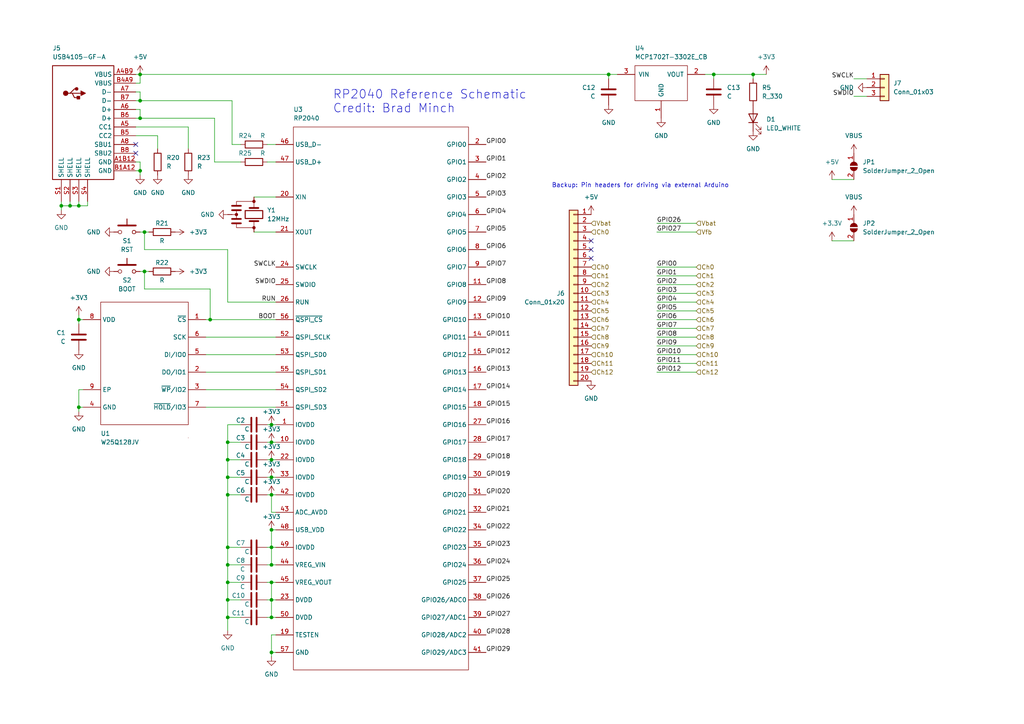
<source format=kicad_sch>
(kicad_sch (version 20211123) (generator eeschema)
  (paper "A4")
  (lib_symbols
    (symbol "Connector_Generic:Conn_01x03" (pin_names (offset 1.016) hide)
      (property "Reference" "J" (at 0 5.08 0))
      (property "Value" "Conn_01x03" (at 0 -5.08 0))
      (symbol "Conn_01x03_1_1"
        (rectangle (start -1.27 -2.413) (end 0 -2.667) (stroke (width 0.1524)))
        (rectangle (start -1.27 0.127) (end 0 -0.127) (stroke (width 0.1524)))
        (rectangle (start -1.27 2.667) (end 0 2.413) (stroke (width 0.1524)))
        (rectangle (start -1.27 3.81) (end 1.27 -3.81) (stroke (width 0.254)) (fill (type background)))
        (pin passive line (at -5.08 2.54 0) (length 3.81) (name "Pin_1") (number "1"))
        (pin passive line (at -5.08 0 0) (length 3.81) (name "Pin_2") (number "2"))
        (pin passive line (at -5.08 -2.54 0) (length 3.81) (name "Pin_3") (number "3"))
      )
    )
    (symbol "Connector_Generic:Conn_01x20" (pin_names (offset 1.016) hide)
      (property "Reference" "J" (at 0 25.4 0))
      (property "Value" "Conn_01x20" (at 0 -27.94 0))
      (symbol "Conn_01x20_1_1"
        (rectangle (start -1.27 -25.273) (end 0 -25.527) (stroke (width 0.1524)))
        (rectangle (start -1.27 -22.733) (end 0 -22.987) (stroke (width 0.1524)))
        (rectangle (start -1.27 -20.193) (end 0 -20.447) (stroke (width 0.1524)))
        (rectangle (start -1.27 -17.653) (end 0 -17.907) (stroke (width 0.1524)))
        (rectangle (start -1.27 -15.113) (end 0 -15.367) (stroke (width 0.1524)))
        (rectangle (start -1.27 -12.573) (end 0 -12.827) (stroke (width 0.1524)))
        (rectangle (start -1.27 -10.033) (end 0 -10.287) (stroke (width 0.1524)))
        (rectangle (start -1.27 -7.493) (end 0 -7.747) (stroke (width 0.1524)))
        (rectangle (start -1.27 -4.953) (end 0 -5.207) (stroke (width 0.1524)))
        (rectangle (start -1.27 -2.413) (end 0 -2.667) (stroke (width 0.1524)))
        (rectangle (start -1.27 0.127) (end 0 -0.127) (stroke (width 0.1524)))
        (rectangle (start -1.27 2.667) (end 0 2.413) (stroke (width 0.1524)))
        (rectangle (start -1.27 5.207) (end 0 4.953) (stroke (width 0.1524)))
        (rectangle (start -1.27 7.747) (end 0 7.493) (stroke (width 0.1524)))
        (rectangle (start -1.27 10.287) (end 0 10.033) (stroke (width 0.1524)))
        (rectangle (start -1.27 12.827) (end 0 12.573) (stroke (width 0.1524)))
        (rectangle (start -1.27 15.367) (end 0 15.113) (stroke (width 0.1524)))
        (rectangle (start -1.27 17.907) (end 0 17.653) (stroke (width 0.1524)))
        (rectangle (start -1.27 20.447) (end 0 20.193) (stroke (width 0.1524)))
        (rectangle (start -1.27 22.987) (end 0 22.733) (stroke (width 0.1524)))
        (rectangle (start -1.27 24.13) (end 1.27 -26.67) (stroke (width 0.254)) (fill (type background)))
        (pin passive line (at -5.08 22.86 0) (length 3.81) (name "Pin_1") (number "1"))
        (pin passive line (at -5.08 0 0) (length 3.81) (name "Pin_10") (number "10"))
        (pin passive line (at -5.08 -2.54 0) (length 3.81) (name "Pin_11") (number "11"))
        (pin passive line (at -5.08 -5.08 0) (length 3.81) (name "Pin_12") (number "12"))
        (pin passive line (at -5.08 -7.62 0) (length 3.81) (name "Pin_13") (number "13"))
        (pin passive line (at -5.08 -10.16 0) (length 3.81) (name "Pin_14") (number "14"))
        (pin passive line (at -5.08 -12.7 0) (length 3.81) (name "Pin_15") (number "15"))
        (pin passive line (at -5.08 -15.24 0) (length 3.81) (name "Pin_16") (number "16"))
        (pin passive line (at -5.08 -17.78 0) (length 3.81) (name "Pin_17") (number "17"))
        (pin passive line (at -5.08 -20.32 0) (length 3.81) (name "Pin_18") (number "18"))
        (pin passive line (at -5.08 -22.86 0) (length 3.81) (name "Pin_19") (number "19"))
        (pin passive line (at -5.08 20.32 0) (length 3.81) (name "Pin_2") (number "2"))
        (pin passive line (at -5.08 -25.4 0) (length 3.81) (name "Pin_20") (number "20"))
        (pin passive line (at -5.08 17.78 0) (length 3.81) (name "Pin_3") (number "3"))
        (pin passive line (at -5.08 15.24 0) (length 3.81) (name "Pin_4") (number "4"))
        (pin passive line (at -5.08 12.7 0) (length 3.81) (name "Pin_5") (number "5"))
        (pin passive line (at -5.08 10.16 0) (length 3.81) (name "Pin_6") (number "6"))
        (pin passive line (at -5.08 7.62 0) (length 3.81) (name "Pin_7") (number "7"))
        (pin passive line (at -5.08 5.08 0) (length 3.81) (name "Pin_8") (number "8"))
        (pin passive line (at -5.08 2.54 0) (length 3.81) (name "Pin_9") (number "9"))
      )
    )
    (symbol "Device:C" (pin_numbers hide) (pin_names (offset 0.254))
      (property "Reference" "C" (at 0.635 2.54 0))
      (property "Value" "C" (at 0.635 -2.54 0))
      (symbol "C_0_1"
        (polyline (pts (xy -2.032 -0.762) (xy 2.032 -0.762)) (stroke (width 0.508)))
        (polyline (pts (xy -2.032 0.762) (xy 2.032 0.762)) (stroke (width 0.508)))
      )
      (symbol "C_1_1"
        (pin passive line (at 0 3.81 270) (length 2.794) (name "~") (number "1"))
        (pin passive line (at 0 -3.81 90) (length 2.794) (name "~") (number "2"))
      )
    )
    (symbol "Device:R" (pin_numbers hide) (pin_names (offset 0))
      (property "Reference" "R" (at 2.032 0 90))
      (property "Value" "R" (at 0 0 90))
      (symbol "R_0_1"
        (rectangle (start -1.016 -2.54) (end 1.016 2.54) (stroke (width 0.254)))
      )
      (symbol "R_1_1"
        (pin passive line (at 0 3.81 270) (length 1.27) (name "~") (number "1"))
        (pin passive line (at 0 -3.81 90) (length 1.27) (name "~") (number "2"))
      )
    )
    (symbol "Eclectronics:Crystal" (pin_numbers hide) (pin_names (offset 1.016) hide)
      (property "Reference" "Y" (at 0 7.62 0))
      (property "Value" "Crystal" (at 0 5.08 0))
      (symbol "Crystal_0_1"
        (circle (center -3.81 0) (radius 0.2794) (stroke (width 0.381)))
        (circle (center -3.81 0.127) (radius 0.0001))
        (rectangle (start -1.143 2.54) (end 1.143 -2.54) (stroke (width 0.3048)))
        (circle (center 0 -5.08) (radius 0.2794) (stroke (width 0.381)))
        (polyline (pts (xy -3.81 0) (xy -1.905 0)))
        (polyline (pts (xy -2.54 -3.81) (xy -2.54 -6.35)) (stroke (width 0.508)))
        (polyline (pts (xy -1.905 -1.27) (xy -1.905 1.27)) (stroke (width 0.508)))
        (polyline (pts (xy -1.27 -5.08) (xy 1.27 -5.08)))
        (polyline (pts (xy -1.27 -3.81) (xy -1.27 -6.35)) (stroke (width 0.508)))
        (polyline (pts (xy 0 -6.35) (xy 0 -5.08)))
        (polyline (pts (xy 1.27 -3.81) (xy 1.27 -6.35)) (stroke (width 0.508)))
        (polyline (pts (xy 1.905 -1.27) (xy 1.905 1.27)) (stroke (width 0.508)))
        (polyline (pts (xy 2.54 -3.81) (xy 2.54 -6.35)) (stroke (width 0.508)))
        (polyline (pts (xy 3.81 0) (xy 1.905 0)))
        (polyline (pts (xy -3.81 0) (xy -3.81 -5.08) (xy -2.54 -5.08)))
        (polyline (pts (xy 2.54 -5.08) (xy 3.81 -5.08) (xy 3.81 0)))
        (circle (center 3.81 0) (radius 0.2794) (stroke (width 0.381)))
      )
      (symbol "Crystal_1_1"
        (pin passive line (at -5.08 0 0) (length 1.27) (name "1") (number "1"))
        (pin passive line (at 0 -7.62 90) (length 1.27) (name "2") (number "2"))
        (pin passive line (at 5.08 0 180) (length 1.27) (name "3") (number "3"))
      )
    )
    (symbol "Eclectronics:MCP1702T-3302E_CB" (pin_names (offset 1.016))
      (property "Reference" "U" (at 0 8.89 0))
      (property "Value" "MCP1702T-3302E_CB" (at 0 6.35 0))
      (symbol "MCP1702T-3302E_CB_0_1"
        (rectangle (start 7.62 5.08) (end -7.62 -5.08))
      )
      (symbol "MCP1702T-3302E_CB_1_1"
        (pin input line (at 0 -10.16 90) (length 5.08) (name "GND") (number "1"))
        (pin input line (at 12.7 2.54 180) (length 5.08) (name "VOUT") (number "2"))
        (pin input line (at -12.7 2.54 0) (length 5.08) (name "VIN") (number "3"))
      )
    )
    (symbol "Eclectronics:RP2040"
      (property "Reference" "U" (at -25.4 82.55 0))
      (property "Value" "RP2040" (at -25.4 80.01 0))
      (symbol "RP2040_0_1"
        (rectangle (start -25.4 78.74) (end 25.4 -78.74))
        (rectangle (start 22.86 73.66) (end 22.86 73.66))
        (rectangle (start 22.86 73.66) (end 22.86 73.66))
      )
      (symbol "RP2040_1_1"
        (pin power_in line (at -30.48 -7.62 0) (length 5.08) (name "IOVDD") (number "1"))
        (pin power_in line (at -30.48 -12.7 0) (length 5.08) (name "IOVDD") (number "10"))
        (pin bidirectional line (at 30.48 33.02 180) (length 5.08) (name "GPIO8") (number "11"))
        (pin bidirectional line (at 30.48 27.94 180) (length 5.08) (name "GPIO9") (number "12"))
        (pin bidirectional line (at 30.48 22.86 180) (length 5.08) (name "GPIO10") (number "13"))
        (pin bidirectional line (at 30.48 17.78 180) (length 5.08) (name "GPIO11") (number "14"))
        (pin bidirectional line (at 30.48 12.7 180) (length 5.08) (name "GPIO12") (number "15"))
        (pin bidirectional line (at 30.48 7.62 180) (length 5.08) (name "GPIO13") (number "16"))
        (pin bidirectional line (at 30.48 2.54 180) (length 5.08) (name "GPIO14") (number "17"))
        (pin bidirectional line (at 30.48 -2.54 180) (length 5.08) (name "GPIO15") (number "18"))
        (pin input line (at -30.48 -68.58 0) (length 5.08) (name "TESTEN") (number "19"))
        (pin bidirectional line (at 30.48 73.66 180) (length 5.08) (name "GPIO0") (number "2"))
        (pin bidirectional line (at -30.48 58.42 0) (length 5.08) (name "XIN") (number "20"))
        (pin bidirectional line (at -30.48 48.26 0) (length 5.08) (name "XOUT") (number "21"))
        (pin power_in line (at -30.48 -17.78 0) (length 5.08) (name "IOVDD") (number "22"))
        (pin power_in line (at -30.48 -58.42 0) (length 5.08) (name "DVDD") (number "23"))
        (pin bidirectional line (at -30.48 38.1 0) (length 5.08) (name "SWCLK") (number "24"))
        (pin bidirectional line (at -30.48 33.02 0) (length 5.08) (name "SWDIO") (number "25"))
        (pin bidirectional line (at -30.48 27.94 0) (length 5.08) (name "RUN") (number "26"))
        (pin bidirectional line (at 30.48 -7.62 180) (length 5.08) (name "GPIO16") (number "27"))
        (pin bidirectional line (at 30.48 -12.7 180) (length 5.08) (name "GPIO17") (number "28"))
        (pin bidirectional line (at 30.48 -17.78 180) (length 5.08) (name "GPIO18") (number "29"))
        (pin bidirectional line (at 30.48 68.58 180) (length 5.08) (name "GPIO1") (number "3"))
        (pin bidirectional line (at 30.48 -22.86 180) (length 5.08) (name "GPIO19") (number "30"))
        (pin bidirectional line (at 30.48 -27.94 180) (length 5.08) (name "GPIO20") (number "31"))
        (pin bidirectional line (at 30.48 -33.02 180) (length 5.08) (name "GPIO21") (number "32"))
        (pin power_in line (at -30.48 -22.86 0) (length 5.08) (name "IOVDD") (number "33"))
        (pin bidirectional line (at 30.48 -38.1 180) (length 5.08) (name "GPIO22") (number "34"))
        (pin bidirectional line (at 30.48 -43.18 180) (length 5.08) (name "GPIO23") (number "35"))
        (pin bidirectional line (at 30.48 -48.26 180) (length 5.08) (name "GPIO24") (number "36"))
        (pin bidirectional line (at 30.48 -53.34 180) (length 5.08) (name "GPIO25") (number "37"))
        (pin bidirectional line (at 30.48 -58.42 180) (length 5.08) (name "GPIO26/ADC0") (number "38"))
        (pin bidirectional line (at 30.48 -63.5 180) (length 5.08) (name "GPIO27/ADC1") (number "39"))
        (pin bidirectional line (at 30.48 63.5 180) (length 5.08) (name "GPIO2") (number "4"))
        (pin bidirectional line (at 30.48 -68.58 180) (length 5.08) (name "GPIO28/ADC2") (number "40"))
        (pin bidirectional line (at 30.48 -73.66 180) (length 5.08) (name "GPIO29/ADC3") (number "41"))
        (pin power_in line (at -30.48 -27.94 0) (length 5.08) (name "IOVDD") (number "42"))
        (pin power_in line (at -30.48 -33.02 0) (length 5.08) (name "ADC_AVDD") (number "43"))
        (pin power_in line (at -30.48 -48.26 0) (length 5.08) (name "VREG_VIN") (number "44"))
        (pin power_out line (at -30.48 -53.34 0) (length 5.08) (name "VREG_VOUT") (number "45"))
        (pin bidirectional line (at -30.48 73.66 0) (length 5.08) (name "USB_D-") (number "46"))
        (pin bidirectional line (at -30.48 68.58 0) (length 5.08) (name "USB_D+") (number "47"))
        (pin power_in line (at -30.48 -38.1 0) (length 5.08) (name "USB_VDD") (number "48"))
        (pin power_in line (at -30.48 -43.18 0) (length 5.08) (name "IOVDD") (number "49"))
        (pin bidirectional line (at 30.48 58.42 180) (length 5.08) (name "GPIO3") (number "5"))
        (pin power_in line (at -30.48 -63.5 0) (length 5.08) (name "DVDD") (number "50"))
        (pin bidirectional line (at -30.48 -2.54 0) (length 5.08) (name "QSPI_SD3") (number "51"))
        (pin bidirectional line (at -30.48 17.78 0) (length 5.08) (name "QSPI_SCLK") (number "52"))
        (pin bidirectional line (at -30.48 12.7 0) (length 5.08) (name "QSPI_SD0") (number "53"))
        (pin bidirectional line (at -30.48 2.54 0) (length 5.08) (name "QSPI_SD2") (number "54"))
        (pin bidirectional line (at -30.48 7.62 0) (length 5.08) (name "QSPI_SD1") (number "55"))
        (pin bidirectional line (at -30.48 22.86 0) (length 5.08) (name "~{QSPI_CS}") (number "56"))
        (pin power_in line (at -30.48 -73.66 0) (length 5.08) (name "GND") (number "57"))
        (pin bidirectional line (at 30.48 53.34 180) (length 5.08) (name "GPIO4") (number "6"))
        (pin bidirectional line (at 30.48 48.26 180) (length 5.08) (name "GPIO5") (number "7"))
        (pin bidirectional line (at 30.48 43.18 180) (length 5.08) (name "GPIO6") (number "8"))
        (pin bidirectional line (at 30.48 38.1 180) (length 5.08) (name "GPIO7") (number "9"))
      )
    )
    (symbol "Eclectronics:SW" (pin_numbers hide) (pin_names (offset 1.016) hide)
      (property "Reference" "S" (at 1.27 2.54 0))
      (property "Value" "SW" (at 1.27 -2.54 0))
      (symbol "SW_0_1"
        (circle (center 0 -2.032) (radius 0.508))
        (polyline (pts (xy -1.905 -2.54) (xy -1.905 2.54)) (stroke (width 0.508)))
        (polyline (pts (xy -1.905 0) (xy -3.81 0)) (stroke (width 0.254)))
        (circle (center 0 2.032) (radius 0.508))
        (circle (center 0 2.032) (radius 0.508))
      )
      (symbol "SW_1_1"
        (pin input line (at 0 -3.81 90) (length 1.27) (name "1") (number "1"))
        (pin input line (at 0 3.81 270) (length 1.27) (name "2") (number "2"))
      )
    )
    (symbol "Eclectronics:USB4105-GF-A"
      (property "Reference" "J" (at -8.89 20.32 0))
      (property "Value" "USB4105-GF-A" (at -8.89 17.78 0))
      (symbol "USB4105-GF-A_0_1"
        (rectangle (start -8.89 16.51) (end 8.89 -16.51) (stroke (width 0.254)))
        (circle (center -5.08 8.509) (radius 0.635) (stroke (width 0.254)) (fill (type outline)))
        (circle (center -1.905 9.779) (radius 0.381) (stroke (width 0.254)) (fill (type outline)))
        (rectangle (start -1.016 7.62) (end -1.778 6.858) (stroke (width 0.254)) (fill (type outline)))
        (polyline (pts (xy -3.175 8.509) (xy -0.635 8.509)) (stroke (width 0.254)))
        (polyline (pts (xy -4.445 8.509) (xy -3.81 8.509) (xy -2.54 9.779) (xy -1.905 9.779)) (stroke (width 0.254)))
        (polyline (pts (xy -3.81 8.509) (xy -3.175 8.509) (xy -2.54 7.239) (xy -1.27 7.239)) (stroke (width 0.254)))
        (polyline (pts (xy -0.635 9.144) (xy -0.635 7.874) (xy 0.635 8.509) (xy -0.635 9.144)) (stroke (width 0.254)) (fill (type outline)))
      )
      (symbol "USB4105-GF-A_1_1"
        (pin power_in line (at 15.24 -11.43 180) (length 6.35) (name "GND") (number "A1B12"))
        (pin power_in line (at 15.24 13.97 180) (length 6.35) (name "VBUS") (number "A4B9"))
        (pin bidirectional line (at 15.24 -1.27 180) (length 6.35) (name "CC1") (number "A5"))
        (pin bidirectional line (at 15.24 3.81 180) (length 6.35) (name "D+") (number "A6"))
        (pin bidirectional line (at 15.24 8.89 180) (length 6.35) (name "D-") (number "A7"))
        (pin bidirectional line (at 15.24 -6.35 180) (length 6.35) (name "SBU1") (number "A8"))
        (pin power_in line (at 15.24 -13.97 180) (length 6.35) (name "GND") (number "B1A12"))
        (pin power_in line (at 15.24 11.43 180) (length 6.35) (name "VBUS") (number "B4A9"))
        (pin bidirectional line (at 15.24 -3.81 180) (length 6.35) (name "CC2") (number "B5"))
        (pin bidirectional line (at 15.24 1.27 180) (length 6.35) (name "D+") (number "B6"))
        (pin bidirectional line (at 15.24 6.35 180) (length 6.35) (name "D-") (number "B7"))
        (pin bidirectional line (at 15.24 -8.89 180) (length 6.35) (name "SBU2") (number "B8"))
        (pin power_in line (at -6.35 -22.86 90) (length 6.35) (name "SHELL") (number "S1"))
        (pin power_in line (at -3.81 -22.86 90) (length 6.35) (name "SHELL") (number "S2"))
        (pin power_in line (at -1.27 -22.86 90) (length 6.35) (name "SHELL") (number "S3"))
        (pin power_in line (at 1.27 -22.86 90) (length 6.35) (name "SHELL") (number "S4"))
      )
    )
    (symbol "Eclectronics:W25Q128JV"
      (property "Reference" "U" (at -12.7 21.59 0))
      (property "Value" "W25Q128JV" (at -12.7 19.05 0))
      (symbol "W25Q128JV_0_1"
        (rectangle (start -12.7 17.78) (end 12.7 -17.78))
        (rectangle (start 12.7 -21.59) (end 12.7 -21.59))
      )
      (symbol "W25Q128JV_1_1"
        (pin input line (at 17.78 12.7 180) (length 5.08) (name "~{CS}") (number "1"))
        (pin bidirectional line (at 17.78 -2.54 180) (length 5.08) (name "DO/IO1") (number "2"))
        (pin bidirectional line (at 17.78 -7.62 180) (length 5.08) (name "~{WP}/IO2") (number "3"))
        (pin power_in line (at -17.78 -12.7 0) (length 5.08) (name "GND") (number "4"))
        (pin bidirectional line (at 17.78 2.54 180) (length 5.08) (name "DI/IO0") (number "5"))
        (pin input line (at 17.78 7.62 180) (length 5.08) (name "SCK") (number "6"))
        (pin bidirectional line (at 17.78 -12.7 180) (length 5.08) (name "~{HOLD}/IO3") (number "7"))
        (pin power_in line (at -17.78 12.7 0) (length 5.08) (name "VDD") (number "8"))
        (pin power_in line (at -17.78 -7.62 0) (length 5.08) (name "EP") (number "9"))
      )
    )
    (symbol "Jumper:SolderJumper_2_Open" (pin_names (offset 0) hide)
      (property "Reference" "JP" (at 0 2.032 0))
      (property "Value" "SolderJumper_2_Open" (at 0 -2.54 0))
      (symbol "SolderJumper_2_Open_0_1"
        (arc (start -0.254 1.016) (mid -1.27 0) (end -0.254 -1.016))
        (arc (start -0.254 1.016) (mid -1.27 0) (end -0.254 -1.016) (fill (type outline)))
        (polyline (pts (xy -0.254 1.016) (xy -0.254 -1.016)))
        (polyline (pts (xy 0.254 1.016) (xy 0.254 -1.016)))
        (arc (start 0.254 -1.016) (mid 1.27 0) (end 0.254 1.016))
        (arc (start 0.254 -1.016) (mid 1.27 0) (end 0.254 1.016) (fill (type outline)))
      )
      (symbol "SolderJumper_2_Open_1_1"
        (pin passive line (at -3.81 0 0) (length 2.54) (name "A") (number "1"))
        (pin passive line (at 3.81 0 180) (length 2.54) (name "B") (number "2"))
      )
    )
    (symbol "OEM:LED_WHITE" (pin_numbers hide) (pin_names (offset 1.016) hide)
      (property "Reference" "D" (at 0 2.54 0))
      (property "Value" "LED_WHITE" (at 0 -2.54 0))
      (symbol "LED_WHITE_0_1"
        (polyline (pts (xy -1.27 -1.27) (xy -1.27 1.27)) (stroke (width 0.254)))
        (polyline (pts (xy -1.27 0) (xy 1.27 0)))
        (polyline (pts (xy 1.27 -1.27) (xy 1.27 1.27) (xy -1.27 0) (xy 1.27 -1.27)) (stroke (width 0.254)))
        (polyline (pts (xy -3.048 -0.762) (xy -4.572 -2.286) (xy -3.81 -2.286) (xy -4.572 -2.286) (xy -4.572 -1.524)))
        (polyline (pts (xy -1.778 -0.762) (xy -3.302 -2.286) (xy -2.54 -2.286) (xy -3.302 -2.286) (xy -3.302 -1.524)))
      )
      (symbol "LED_WHITE_1_1"
        (pin passive line (at -3.81 0 0) (length 2.54) (name "K") (number "1"))
        (pin passive line (at 3.81 0 180) (length 2.54) (name "A") (number "2"))
      )
    )
    (symbol "formula:R_330" (pin_numbers hide) (pin_names (offset 0))
      (property "Reference" "R" (at 2.032 0 90))
      (property "Value" "R_330" (at -2.54 0 90))
      (symbol "R_330_0_1"
        (rectangle (start -1.016 -2.54) (end 1.016 2.54) (stroke (width 0.254)))
      )
      (symbol "R_330_1_1"
        (pin passive line (at 0 3.81 270) (length 1.27) (name "~") (number "1"))
        (pin passive line (at 0 -3.81 90) (length 1.27) (name "~") (number "2"))
      )
    )
    (symbol "power:+3.3V" (power) (pin_names (offset 0))
      (property "Value" "+3.3V" (at 0 3.556 0))
      (symbol "+3.3V_0_1"
        (polyline (pts (xy -0.762 1.27) (xy 0 2.54)))
        (polyline (pts (xy 0 0) (xy 0 2.54)))
        (polyline (pts (xy 0 2.54) (xy 0.762 1.27)))
      )
      (symbol "+3.3V_1_1"
        (pin power_in line (at 0 0 90) (length 0) hide (name "+3.3V") (number "1"))
      )
    )
    (symbol "power:+3V3" (power) (pin_names (offset 0))
      (property "Value" "+3V3" (at 0 3.556 0))
      (symbol "+3V3_0_1"
        (polyline (pts (xy -0.762 1.27) (xy 0 2.54)))
        (polyline (pts (xy 0 0) (xy 0 2.54)))
        (polyline (pts (xy 0 2.54) (xy 0.762 1.27)))
      )
      (symbol "+3V3_1_1"
        (pin power_in line (at 0 0 90) (length 0) hide (name "+3V3") (number "1"))
      )
    )
    (symbol "power:+5V" (power) (pin_names (offset 0))
      (property "Value" "+5V" (at 0 3.556 0))
      (symbol "+5V_0_1"
        (polyline (pts (xy -0.762 1.27) (xy 0 2.54)))
        (polyline (pts (xy 0 0) (xy 0 2.54)))
        (polyline (pts (xy 0 2.54) (xy 0.762 1.27)))
      )
      (symbol "+5V_1_1"
        (pin power_in line (at 0 0 90) (length 0) hide (name "+5V") (number "1"))
      )
    )
    (symbol "power:GND" (power) (pin_names (offset 0))
      (property "Value" "GND" (at 0 -3.81 0))
      (symbol "GND_0_1"
        (polyline (pts (xy 0 0) (xy 0 -1.27) (xy 1.27 -1.27) (xy 0 -2.54) (xy -1.27 -1.27) (xy 0 -1.27)))
      )
      (symbol "GND_1_1"
        (pin power_in line (at 0 0 270) (length 0) hide (name "GND") (number "1"))
      )
    )
    (symbol "power:VBUS" (power) (pin_names (offset 0))
      (property "Value" "VBUS" (at 0 3.81 0))
      (symbol "VBUS_0_1"
        (polyline (pts (xy -0.762 1.27) (xy 0 2.54)))
        (polyline (pts (xy 0 0) (xy 0 2.54)))
        (polyline (pts (xy 0 2.54) (xy 0.762 1.27)))
      )
      (symbol "VBUS_1_1"
        (pin power_in line (at 0 0 90) (length 0) hide (name "VBUS") (number "1"))
      )
    )
  )
  (junction (at 41.91 78.74))
  (junction (at 41.91 67.31))
  (junction (at 78.74 123.19))
  (junction (at 22.86 118.11))
  (junction (at 78.74 143.51))
  (junction (at 78.74 138.43))
  (junction (at 66.04 163.83))
  (junction (at 78.74 158.75))
  (junction (at 17.78 59.69))
  (junction (at 22.86 59.69))
  (junction (at 176.53 21.59))
  (junction (at 78.74 133.35))
  (junction (at 66.04 168.91))
  (junction (at 40.64 21.59))
  (junction (at 66.04 128.27))
  (junction (at 66.04 133.35))
  (junction (at 66.04 158.75))
  (junction (at 40.64 34.29))
  (junction (at 78.74 163.83))
  (junction (at 20.32 59.69))
  (junction (at 78.74 128.27))
  (junction (at 66.04 138.43))
  (junction (at 78.74 189.23))
  (junction (at 40.64 49.53))
  (junction (at 207.01 21.59))
  (junction (at 66.04 143.51))
  (junction (at 78.74 173.99))
  (junction (at 78.74 168.91))
  (junction (at 78.74 153.67))
  (junction (at 22.86 92.71))
  (junction (at 78.74 179.07))
  (junction (at 66.04 173.99))
  (junction (at 218.44 21.59))
  (junction (at 40.64 29.21))
  (junction (at 66.04 179.07))
  (junction (at 60.96 92.71))
  (no_connect (at 171.45 69.85))
  (no_connect (at 39.37 41.91))
  (no_connect (at 171.45 72.39))
  (no_connect (at 39.37 44.45))
  (no_connect (at 171.45 74.93))
  (wire (pts (xy 190.5 90.17) (xy 201.93 90.17)))
  (wire (pts (xy 78.74 179.07) (xy 80.01 179.07)))
  (wire (pts (xy 176.53 21.59) (xy 179.07 21.59)))
  (wire (pts (xy 66.04 158.75) (xy 69.85 158.75)))
  (wire (pts (xy 78.74 138.43) (xy 80.01 138.43)))
  (wire (pts (xy 59.69 102.87) (xy 80.01 102.87)))
  (wire (pts (xy 190.5 87.63) (xy 201.93 87.63)))
  (wire (pts (xy 59.69 97.79) (xy 80.01 97.79)))
  (wire (pts (xy 39.37 21.59) (xy 40.64 21.59)))
  (wire (pts (xy 190.5 92.71) (xy 201.93 92.71)))
  (wire (pts (xy 66.04 182.88) (xy 66.04 179.07)))
  (wire (pts (xy 67.31 41.91) (xy 69.85 41.91)))
  (wire (pts (xy 77.47 168.91) (xy 78.74 168.91)))
  (wire (pts (xy 41.91 67.31) (xy 41.91 72.39)))
  (wire (pts (xy 66.04 72.39) (xy 66.04 87.63)))
  (wire (pts (xy 67.31 29.21) (xy 67.31 41.91)))
  (wire (pts (xy 45.72 39.37) (xy 45.72 43.18)))
  (wire (pts (xy 207.01 21.59) (xy 218.44 21.59)))
  (wire (pts (xy 66.04 168.91) (xy 69.85 168.91)))
  (wire (pts (xy 241.3 69.85) (xy 247.65 69.85)))
  (wire (pts (xy 77.47 46.99) (xy 80.01 46.99)))
  (wire (pts (xy 66.04 168.91) (xy 66.04 163.83)))
  (wire (pts (xy 247.65 22.86) (xy 251.46 22.86)))
  (wire (pts (xy 66.04 133.35) (xy 66.04 128.27)))
  (wire (pts (xy 40.64 21.59) (xy 40.64 24.13)))
  (wire (pts (xy 218.44 21.59) (xy 218.44 22.86)))
  (wire (pts (xy 218.44 21.59) (xy 222.25 21.59)))
  (wire (pts (xy 190.5 64.77) (xy 201.93 64.77)))
  (wire (pts (xy 17.78 59.69) (xy 20.32 59.69)))
  (wire (pts (xy 40.64 49.53) (xy 39.37 49.53)))
  (wire (pts (xy 59.69 107.95) (xy 80.01 107.95)))
  (wire (pts (xy 77.47 173.99) (xy 78.74 173.99)))
  (wire (pts (xy 66.04 143.51) (xy 69.85 143.51)))
  (wire (pts (xy 78.74 173.99) (xy 78.74 179.07)))
  (wire (pts (xy 78.74 158.75) (xy 78.74 163.83)))
  (wire (pts (xy 190.5 95.25) (xy 201.93 95.25)))
  (wire (pts (xy 204.47 21.59) (xy 207.01 21.59)))
  (wire (pts (xy 190.5 100.33) (xy 201.93 100.33)))
  (wire (pts (xy 40.64 34.29) (xy 62.23 34.29)))
  (wire (pts (xy 78.74 163.83) (xy 80.01 163.83)))
  (wire (pts (xy 40.64 67.31) (xy 41.91 67.31)))
  (wire (pts (xy 77.47 41.91) (xy 80.01 41.91)))
  (wire (pts (xy 41.91 78.74) (xy 43.18 78.74)))
  (wire (pts (xy 24.13 113.03) (xy 22.86 113.03)))
  (wire (pts (xy 54.61 36.83) (xy 54.61 43.18)))
  (wire (pts (xy 22.86 118.11) (xy 22.86 119.38)))
  (wire (pts (xy 25.4 59.69) (xy 25.4 58.42)))
  (wire (pts (xy 77.47 128.27) (xy 78.74 128.27)))
  (wire (pts (xy 77.47 123.19) (xy 78.74 123.19)))
  (wire (pts (xy 78.74 143.51) (xy 78.74 148.59)))
  (wire (pts (xy 66.04 179.07) (xy 69.85 179.07)))
  (wire (pts (xy 176.53 22.86) (xy 176.53 21.59)))
  (wire (pts (xy 78.74 158.75) (xy 80.01 158.75)))
  (wire (pts (xy 66.04 128.27) (xy 66.04 123.19)))
  (wire (pts (xy 207.01 21.59) (xy 207.01 22.86)))
  (wire (pts (xy 190.5 80.01) (xy 201.93 80.01)))
  (wire (pts (xy 60.96 83.82) (xy 60.96 92.71)))
  (wire (pts (xy 60.96 92.71) (xy 80.01 92.71)))
  (wire (pts (xy 77.47 133.35) (xy 78.74 133.35)))
  (wire (pts (xy 66.04 179.07) (xy 66.04 173.99)))
  (wire (pts (xy 77.47 143.51) (xy 78.74 143.51)))
  (wire (pts (xy 22.86 93.98) (xy 22.86 92.71)))
  (wire (pts (xy 66.04 133.35) (xy 69.85 133.35)))
  (wire (pts (xy 78.74 189.23) (xy 78.74 190.5)))
  (wire (pts (xy 78.74 168.91) (xy 78.74 173.99)))
  (wire (pts (xy 66.04 173.99) (xy 69.85 173.99)))
  (wire (pts (xy 78.74 143.51) (xy 80.01 143.51)))
  (wire (pts (xy 66.04 87.63) (xy 80.01 87.63)))
  (wire (pts (xy 80.01 189.23) (xy 78.74 189.23)))
  (wire (pts (xy 66.04 128.27) (xy 69.85 128.27)))
  (wire (pts (xy 190.5 97.79) (xy 201.93 97.79)))
  (wire (pts (xy 80.01 123.19) (xy 78.74 123.19)))
  (wire (pts (xy 66.04 138.43) (xy 66.04 133.35)))
  (wire (pts (xy 78.74 128.27) (xy 80.01 128.27)))
  (wire (pts (xy 78.74 184.15) (xy 78.74 189.23)))
  (wire (pts (xy 66.04 163.83) (xy 66.04 158.75)))
  (wire (pts (xy 241.3 52.07) (xy 247.65 52.07)))
  (wire (pts (xy 41.91 67.31) (xy 43.18 67.31)))
  (wire (pts (xy 77.47 163.83) (xy 78.74 163.83)))
  (wire (pts (xy 247.65 27.94) (xy 251.46 27.94)))
  (wire (pts (xy 62.23 46.99) (xy 69.85 46.99)))
  (wire (pts (xy 20.32 58.42) (xy 20.32 59.69)))
  (wire (pts (xy 66.04 163.83) (xy 69.85 163.83)))
  (wire (pts (xy 40.64 78.74) (xy 41.91 78.74)))
  (wire (pts (xy 80.01 168.91) (xy 78.74 168.91)))
  (wire (pts (xy 39.37 26.67) (xy 40.64 26.67)))
  (wire (pts (xy 66.04 143.51) (xy 66.04 158.75)))
  (wire (pts (xy 40.64 26.67) (xy 40.64 29.21)))
  (wire (pts (xy 190.5 107.95) (xy 201.93 107.95)))
  (wire (pts (xy 66.04 143.51) (xy 66.04 138.43)))
  (wire (pts (xy 190.5 102.87) (xy 201.93 102.87)))
  (wire (pts (xy 22.86 113.03) (xy 22.86 118.11)))
  (wire (pts (xy 39.37 34.29) (xy 40.64 34.29)))
  (wire (pts (xy 22.86 58.42) (xy 22.86 59.69)))
  (wire (pts (xy 40.64 46.99) (xy 40.64 49.53)))
  (wire (pts (xy 40.64 29.21) (xy 67.31 29.21)))
  (wire (pts (xy 59.69 92.71) (xy 60.96 92.71)))
  (wire (pts (xy 80.01 184.15) (xy 78.74 184.15)))
  (wire (pts (xy 78.74 153.67) (xy 80.01 153.67)))
  (wire (pts (xy 77.47 179.07) (xy 78.74 179.07)))
  (wire (pts (xy 40.64 49.53) (xy 40.64 50.8)))
  (wire (pts (xy 17.78 60.96) (xy 17.78 59.69)))
  (wire (pts (xy 40.64 24.13) (xy 39.37 24.13)))
  (wire (pts (xy 66.04 123.19) (xy 69.85 123.19)))
  (wire (pts (xy 24.13 118.11) (xy 22.86 118.11)))
  (wire (pts (xy 22.86 91.44) (xy 22.86 92.71)))
  (wire (pts (xy 73.66 57.15) (xy 80.01 57.15)))
  (wire (pts (xy 40.64 29.21) (xy 39.37 29.21)))
  (wire (pts (xy 41.91 72.39) (xy 66.04 72.39)))
  (wire (pts (xy 41.91 78.74) (xy 41.91 83.82)))
  (wire (pts (xy 78.74 153.67) (xy 78.74 158.75)))
  (wire (pts (xy 73.66 67.31) (xy 80.01 67.31)))
  (wire (pts (xy 78.74 173.99) (xy 80.01 173.99)))
  (wire (pts (xy 22.86 59.69) (xy 25.4 59.69)))
  (wire (pts (xy 17.78 58.42) (xy 17.78 59.69)))
  (wire (pts (xy 20.32 59.69) (xy 22.86 59.69)))
  (wire (pts (xy 59.69 113.03) (xy 80.01 113.03)))
  (wire (pts (xy 39.37 39.37) (xy 45.72 39.37)))
  (wire (pts (xy 40.64 31.75) (xy 39.37 31.75)))
  (wire (pts (xy 190.5 82.55) (xy 201.93 82.55)))
  (wire (pts (xy 78.74 148.59) (xy 80.01 148.59)))
  (wire (pts (xy 190.5 67.31) (xy 201.93 67.31)))
  (wire (pts (xy 22.86 92.71) (xy 24.13 92.71)))
  (wire (pts (xy 66.04 173.99) (xy 66.04 168.91)))
  (wire (pts (xy 39.37 46.99) (xy 40.64 46.99)))
  (wire (pts (xy 190.5 85.09) (xy 201.93 85.09)))
  (wire (pts (xy 66.04 138.43) (xy 69.85 138.43)))
  (wire (pts (xy 190.5 77.47) (xy 201.93 77.47)))
  (wire (pts (xy 59.69 118.11) (xy 80.01 118.11)))
  (wire (pts (xy 41.91 83.82) (xy 60.96 83.82)))
  (wire (pts (xy 39.37 36.83) (xy 54.61 36.83)))
  (wire (pts (xy 62.23 34.29) (xy 62.23 46.99)))
  (wire (pts (xy 77.47 138.43) (xy 78.74 138.43)))
  (wire (pts (xy 40.64 21.59) (xy 176.53 21.59)))
  (wire (pts (xy 190.5 105.41) (xy 201.93 105.41)))
  (wire (pts (xy 78.74 133.35) (xy 80.01 133.35)))
  (wire (pts (xy 77.47 158.75) (xy 78.74 158.75)))
  (wire (pts (xy 40.64 34.29) (xy 40.64 31.75)))
  (text "Backup: Pin headers for driving via external Arduino" (at 160.02 54.61 0) (effects (font (size 1.27 1.27)) (justify left bottom)))
  (text "RP2040 Reference Schematic\nCredit: Brad Minch" (at 96.52 33.02 0) (effects (font (size 2.5 2.5)) (justify left bottom)))
  (label "GPIO7" (at 190.5 95.25 0))
  (label "GPIO0" (at 190.5 77.47 0))
  (label "GPIO6" (at 140.97 72.39 0))
  (label "GPIO1" (at 140.97 46.99 0))
  (label "GPIO6" (at 190.5 92.71 0))
  (label "GPIO10" (at 140.97 92.71 0))
  (label "GPIO9" (at 190.5 100.33 0))
  (label "GPIO25" (at 140.97 168.91 0))
  (label "GPIO5" (at 190.5 90.17 0))
  (label "GPIO26" (at 140.97 173.99 0))
  (label "GPIO22" (at 140.97 153.67 0))
  (label "GPIO5" (at 140.97 67.31 0))
  (label "GPIO12" (at 140.97 102.87 0))
  (label "GPIO16" (at 140.97 123.19 0))
  (label "SWDIO" (at 80.01 82.55 180))
  (label "GPIO13" (at 140.97 107.95 0))
  (label "GPIO24" (at 140.97 163.83 0))
  (label "SWCLK" (at 247.65 22.86 180))
  (label "GPIO8" (at 190.5 97.79 0))
  (label "GPIO9" (at 140.97 87.63 0))
  (label "GPIO12" (at 190.5 107.95 0))
  (label "GPIO11" (at 140.97 97.79 0))
  (label "GPIO0" (at 140.97 41.91 0))
  (label "RUN" (at 80.01 87.63 180))
  (label "GPIO21" (at 140.97 148.59 0))
  (label "GPIO3" (at 140.97 57.15 0))
  (label "GPIO14" (at 140.97 113.03 0))
  (label "BOOT" (at 80.01 92.71 180))
  (label "GPIO15" (at 140.97 118.11 0))
  (label "GPIO2" (at 140.97 52.07 0))
  (label "GPIO27" (at 140.97 179.07 0))
  (label "GPIO2" (at 190.5 82.55 0))
  (label "SWCLK" (at 80.01 77.47 180))
  (label "GPIO4" (at 140.97 62.23 0))
  (label "GPIO7" (at 140.97 77.47 0))
  (label "GPIO3" (at 190.5 85.09 0))
  (label "GPIO20" (at 140.97 143.51 0))
  (label "GPIO18" (at 140.97 133.35 0))
  (label "GPIO28" (at 140.97 184.15 0))
  (label "GPIO11" (at 190.5 105.41 0))
  (label "GPIO29" (at 140.97 189.23 0))
  (label "GPIO27" (at 190.5 67.31 0))
  (label "SWDIO" (at 247.65 27.94 180))
  (label "GPIO26" (at 190.5 64.77 0))
  (label "GPIO4" (at 190.5 87.63 0))
  (label "GPIO10" (at 190.5 102.87 0))
  (label "GPIO17" (at 140.97 128.27 0))
  (label "GPIO1" (at 190.5 80.01 0))
  (label "GPIO23" (at 140.97 158.75 0))
  (label "GPIO8" (at 140.97 82.55 0))
  (label "GPIO19" (at 140.97 138.43 0))
  (hierarchical_label "Ch2" (shape input) (at 201.93 82.55 0))
  (hierarchical_label "Ch11" (shape input) (at 171.45 105.41 0))
  (hierarchical_label "Ch4" (shape input) (at 201.93 87.63 0))
  (hierarchical_label "Ch5" (shape input) (at 201.93 90.17 0))
  (hierarchical_label "Ch9" (shape input) (at 201.93 100.33 0))
  (hierarchical_label "Ch10" (shape input) (at 201.93 102.87 0))
  (hierarchical_label "Ch4" (shape input) (at 171.45 87.63 0))
  (hierarchical_label "Ch6" (shape input) (at 201.93 92.71 0))
  (hierarchical_label "Ch10" (shape input) (at 171.45 102.87 0))
  (hierarchical_label "Ch9" (shape input) (at 171.45 100.33 0))
  (hierarchical_label "Vbat" (shape input) (at 201.93 64.77 0))
  (hierarchical_label "Vfb" (shape input) (at 201.93 67.31 0))
  (hierarchical_label "Ch7" (shape input) (at 201.93 95.25 0))
  (hierarchical_label "Ch7" (shape input) (at 171.45 95.25 0))
  (hierarchical_label "Ch8" (shape input) (at 171.45 97.79 0))
  (hierarchical_label "Ch12" (shape input) (at 171.45 107.95 0))
  (hierarchical_label "Vbat" (shape input) (at 171.45 64.77 0))
  (hierarchical_label "Ch5" (shape input) (at 171.45 90.17 0))
  (hierarchical_label "Ch2" (shape input) (at 171.45 82.55 0))
  (hierarchical_label "Ch6" (shape input) (at 171.45 92.71 0))
  (hierarchical_label "Ch0" (shape input) (at 201.93 77.47 0))
  (hierarchical_label "Ch8" (shape input) (at 201.93 97.79 0))
  (hierarchical_label "Ch0" (shape input) (at 171.45 77.47 0))
  (hierarchical_label "Ch0" (shape input) (at 171.45 67.31 0))
  (hierarchical_label "Ch3" (shape input) (at 171.45 85.09 0))
  (hierarchical_label "Ch12" (shape input) (at 201.93 107.95 0))
  (hierarchical_label "Ch11" (shape input) (at 201.93 105.41 0))
  (hierarchical_label "Ch1" (shape input) (at 171.45 80.01 0))
  (hierarchical_label "Ch1" (shape input) (at 201.93 80.01 0))
  (hierarchical_label "Ch3" (shape input) (at 201.93 85.09 0))
  (symbol (lib_id "Eclectronics:Crystal") (at 73.66 62.23 270) (unit 1)
    (property "Reference" "Y1" (at 77.47 60.96 90) (effects (justify left)))
    (property "Value" "12MHz" (at 77.47 63.5 90) (effects (justify left)))
    (property "Footprint" "Eclectronics:CSTNE" (effects hide))
  )
  (symbol (lib_id "Device:C") (at 73.66 158.75 270) (unit 1)
    (property "Reference" "C7" (at 71.12 157.48 90) (effects (justify right)))
    (property "Value" "C" (at 72.39 160.02 90) (effects (justify right)))
    (property "Footprint" "Capacitor_SMD:C_0402_1005Metric" (effects hide))
  )
  (symbol (lib_id "OEM:LED_WHITE") (at 218.44 34.29 90) (unit 1)
    (property "Reference" "D1" (at 222.25 34.6074 90) (effects (justify right)))
    (property "Value" "LED_WHITE" (at 222.25 37.1474 90) (effects (justify right)))
    (property "Footprint" "OEM:CHIPLED_0805" (effects hide))
  )
  (symbol (lib_id "power:+3V3") (at 78.74 123.19 0) (unit 1)
    (property "Reference" "#PWR?" (effects hide))
    (property "Value" "+3V3" (at 78.74 119.38 0))
  )
  (symbol (lib_id "Device:C") (at 73.66 133.35 270) (unit 1)
    (property "Reference" "C4" (at 71.12 132.08 90) (effects (justify right)))
    (property "Value" "C" (at 72.39 134.62 90) (effects (justify right)))
    (property "Footprint" "Capacitor_SMD:C_0402_1005Metric" (effects hide))
  )
  (symbol (lib_id "power:GND") (at 251.46 25.4 270) (unit 1)
    (property "Reference" "#PWR?" (effects hide))
    (property "Value" "GND" (at 247.65 25.3999 90) (effects (justify right)))
  )
  (symbol (lib_id "Eclectronics:SW") (at 36.83 78.74 270) (unit 1)
    (property "Reference" "S2" (at 36.83 81.28 90))
    (property "Value" "BOOT" (at 36.83 83.82 90))
    (property "Footprint" "Eclectronics:KXT321LHS" (effects hide))
  )
  (symbol (lib_id "Device:C") (at 73.66 179.07 270) (unit 1)
    (property "Reference" "C11" (at 71.12 177.8 90) (effects (justify right)))
    (property "Value" "C" (at 72.39 180.34 90) (effects (justify right)))
    (property "Footprint" "Capacitor_SMD:C_0402_1005Metric" (effects hide))
  )
  (symbol (lib_id "Eclectronics:RP2040") (at 110.49 115.57 0) (unit 1)
    (property "Reference" "U3" (at 85.09 31.75 0) (effects (justify left)))
    (property "Value" "RP2040" (at 85.09 34.29 0) (effects (justify left)))
    (property "Footprint" "Eclectronics:RP2040" (effects hide))
  )
  (symbol (lib_id "power:+3V3") (at 50.8 67.31 270) (unit 1)
    (property "Reference" "#PWR?" (effects hide))
    (property "Value" "+3V3" (at 54.864 67.3099 90) (effects (justify left)))
  )
  (symbol (lib_id "power:+5V") (at 40.64 21.59 0) (unit 1)
    (property "Reference" "#PWR?" (effects hide))
    (property "Value" "+5V" (at 40.64 16.51 0))
  )
  (symbol (lib_id "power:GND") (at 33.02 67.31 270) (unit 1)
    (property "Reference" "#PWR?" (effects hide))
    (property "Value" "GND" (at 29.21 67.3099 90) (effects (justify right)))
  )
  (symbol (lib_id "power:GND") (at 22.86 119.38 0) (unit 1)
    (property "Reference" "#PWR?" (effects hide))
    (property "Value" "GND" (at 22.86 124.46 0))
  )
  (symbol (lib_id "power:+3V3") (at 78.74 153.67 0) (unit 1)
    (property "Reference" "#PWR?" (effects hide))
    (property "Value" "+3V3" (at 78.74 149.86 0))
  )
  (symbol (lib_id "power:+3V3") (at 78.74 128.27 0) (unit 1)
    (property "Reference" "#PWR?" (effects hide))
    (property "Value" "+3V3" (at 78.74 124.46 0))
  )
  (symbol (lib_id "power:+3.3V") (at 241.3 69.85 0) (unit 1)
    (property "Reference" "#PWR?" (effects hide))
    (property "Value" "+3.3V" (at 241.3 64.77 0))
  )
  (symbol (lib_id "Device:C") (at 73.66 123.19 270) (unit 1)
    (property "Reference" "C2" (at 71.12 121.92 90) (effects (justify right)))
    (property "Value" "C" (at 72.39 124.46 90) (effects (justify right)))
    (property "Footprint" "Capacitor_SMD:C_0402_1005Metric" (effects hide))
  )
  (symbol (lib_id "power:GND") (at 22.86 101.6 0) (unit 1)
    (property "Reference" "#PWR?" (effects hide))
    (property "Value" "GND" (at 22.86 106.68 0))
  )
  (symbol (lib_id "Eclectronics:USB4105-GF-A") (at 24.13 35.56 0) (unit 1)
    (property "Reference" "J5" (at 15.24 13.97 0) (effects (justify left)))
    (property "Value" "USB4105-GF-A" (at 15.24 16.51 0) (effects (justify left)))
    (property "Footprint" "Eclectronics:USB4105-GF-A" (effects hide))
  )
  (symbol (lib_id "power:VBUS") (at 247.65 62.23 0) (unit 1)
    (property "Reference" "#PWR?" (effects hide))
    (property "Value" "VBUS" (at 247.65 57.15 0))
  )
  (symbol (lib_id "power:+3V3") (at 222.25 21.59 0) (unit 1)
    (property "Reference" "#PWR?" (effects hide))
    (property "Value" "+3V3" (at 222.25 16.51 0))
  )
  (symbol (lib_id "Device:C") (at 73.66 143.51 270) (unit 1)
    (property "Reference" "C6" (at 71.12 142.24 90) (effects (justify right)))
    (property "Value" "C" (at 72.39 144.78 90) (effects (justify right)))
    (property "Footprint" "Capacitor_SMD:C_0402_1005Metric" (effects hide))
  )
  (symbol (lib_id "power:GND") (at 33.02 78.74 270) (unit 1)
    (property "Reference" "#PWR?" (effects hide))
    (property "Value" "GND" (at 29.21 78.7399 90) (effects (justify right)))
  )
  (symbol (lib_id "Eclectronics:W25Q128JV") (at 41.91 105.41 0) (unit 1)
    (property "Reference" "U1" (at 29.21 125.73 0) (effects (justify left)))
    (property "Value" "W25Q128JV" (at 29.21 128.27 0) (effects (justify left)))
    (property "Footprint" "Eclectronics:MIC_WSON-8-L" (effects hide))
  )
  (symbol (lib_id "power:+3V3") (at 22.86 91.44 0) (unit 1)
    (property "Reference" "#PWR?" (effects hide))
    (property "Value" "+3V3" (at 22.86 86.36 0))
  )
  (symbol (lib_id "power:GND") (at 66.04 182.88 0) (unit 1)
    (property "Reference" "#PWR?" (effects hide))
    (property "Value" "GND" (at 66.04 187.96 0))
  )
  (symbol (lib_id "Device:C") (at 73.66 138.43 270) (unit 1)
    (property "Reference" "C5" (at 71.12 137.16 90) (effects (justify right)))
    (property "Value" "C" (at 72.39 139.7 90) (effects (justify right)))
    (property "Footprint" "Capacitor_SMD:C_0402_1005Metric" (effects hide))
  )
  (symbol (lib_id "power:+3V3") (at 78.74 133.35 0) (unit 1)
    (property "Reference" "#PWR?" (effects hide))
    (property "Value" "+3V3" (at 78.74 129.54 0))
  )
  (symbol (lib_id "Device:C") (at 73.66 128.27 270) (unit 1)
    (property "Reference" "C3" (at 71.12 127 90) (effects (justify right)))
    (property "Value" "C" (at 72.39 129.54 90) (effects (justify right)))
    (property "Footprint" "Capacitor_SMD:C_0402_1005Metric" (effects hide))
  )
  (symbol (lib_id "power:GND") (at 17.78 60.96 0) (unit 1)
    (property "Reference" "#PWR?" (effects hide))
    (property "Value" "GND" (at 17.78 66.04 0))
  )
  (symbol (lib_id "Connector_Generic:Conn_01x03") (at 256.54 25.4 0) (unit 1)
    (property "Reference" "J7" (at 259.08 24.1299 0) (effects (justify left)))
    (property "Value" "Conn_01x03" (at 259.08 26.6699 0) (effects (justify left)))
    (property "Footprint" "Eclectronics:nunchuck_pads" (effects hide))
  )
  (symbol (lib_id "Device:R") (at 46.99 78.74 90) (unit 1)
    (property "Reference" "R22" (at 46.99 76.2 90))
    (property "Value" "R" (at 46.99 81.28 90))
    (property "Footprint" "Resistor_SMD:R_0402_1005Metric" (effects hide))
  )
  (symbol (lib_id "Device:R") (at 54.61 46.99 0) (unit 1)
    (property "Reference" "R23" (at 57.15 45.7199 0) (effects (justify left)))
    (property "Value" "R" (at 57.15 48.2599 0) (effects (justify left)))
    (property "Footprint" "Resistor_SMD:R_0402_1005Metric" (effects hide))
  )
  (symbol (lib_id "power:+3V3") (at 78.74 138.43 0) (unit 1)
    (property "Reference" "#PWR?" (effects hide))
    (property "Value" "+3V3" (at 78.74 134.62 0))
  )
  (symbol (lib_id "Device:C") (at 73.66 168.91 270) (unit 1)
    (property "Reference" "C9" (at 71.12 167.64 90) (effects (justify right)))
    (property "Value" "C" (at 71.12 170.18 90) (effects (justify right)))
    (property "Footprint" "Capacitor_SMD:C_0402_1005Metric" (effects hide))
  )
  (symbol (lib_id "power:GND") (at 191.77 34.29 0) (unit 1)
    (property "Reference" "#PWR?" (effects hide))
    (property "Value" "GND" (at 191.77 39.37 0))
  )
  (symbol (lib_id "Device:R") (at 46.99 67.31 90) (unit 1)
    (property "Reference" "R21" (at 46.99 64.77 90))
    (property "Value" "R" (at 46.99 69.85 90))
    (property "Footprint" "Resistor_SMD:R_0402_1005Metric" (effects hide))
  )
  (symbol (lib_id "Device:C") (at 176.53 26.67 0) (mirror x) (unit 1)
    (property "Reference" "C12" (at 172.72 25.3999 0) (effects (justify right)))
    (property "Value" "C" (at 172.72 27.9399 0) (effects (justify right)))
    (property "Footprint" "Capacitor_SMD:C_0603_1608Metric" (effects hide))
  )
  (symbol (lib_id "power:GND") (at 171.45 110.49 0) (unit 1)
    (property "Reference" "#PWR?" (effects hide))
    (property "Value" "GND" (at 171.45 115.57 0))
  )
  (symbol (lib_id "Eclectronics:MCP1702T-3302E_CB") (at 191.77 24.13 0) (unit 1)
    (property "Reference" "U4" (at 184.15 13.97 0) (effects (justify left)))
    (property "Value" "MCP1702T-3302E_CB" (at 184.15 16.51 0) (effects (justify left)))
    (property "Footprint" "Package_TO_SOT_SMD:SOT-23" (effects hide))
  )
  (symbol (lib_id "Jumper:SolderJumper_2_Open") (at 247.65 66.04 270) (unit 1)
    (property "Reference" "JP2" (at 250.19 64.7699 90) (effects (justify left)))
    (property "Value" "SolderJumper_2_Open" (at 250.19 67.3099 90) (effects (justify left)))
    (property "Footprint" "Jumper:SolderJumper-2_P1.3mm_Open_RoundedPad1.0x1.5mm" (effects hide))
  )
  (symbol (lib_id "power:+5V") (at 241.3 52.07 0) (unit 1)
    (property "Reference" "#PWR?" (effects hide))
    (property "Value" "+5V" (at 241.3 46.99 0))
  )
  (symbol (lib_id "Device:C") (at 73.66 163.83 270) (unit 1)
    (property "Reference" "C8" (at 71.12 162.56 90) (effects (justify right)))
    (property "Value" "C" (at 71.12 165.1 90) (effects (justify right)))
    (property "Footprint" "Capacitor_SMD:C_0402_1005Metric" (effects hide))
  )
  (symbol (lib_id "power:GND") (at 66.04 62.23 270) (unit 1)
    (property "Reference" "#PWR?" (effects hide))
    (property "Value" "GND" (at 62.23 62.2299 90) (effects (justify right)))
  )
  (symbol (lib_id "power:GND") (at 218.44 38.1 0) (unit 1)
    (property "Reference" "#PWR?" (effects hide))
    (property "Value" "GND" (at 218.44 43.18 0))
  )
  (symbol (lib_id "Device:C") (at 207.01 26.67 0) (unit 1)
    (property "Reference" "C13" (at 210.82 25.3999 0) (effects (justify left)))
    (property "Value" "C" (at 210.82 27.9399 0) (effects (justify left)))
    (property "Footprint" "Capacitor_SMD:C_0603_1608Metric" (effects hide))
  )
  (symbol (lib_id "power:GND") (at 40.64 50.8 0) (unit 1)
    (property "Reference" "#PWR?" (effects hide))
    (property "Value" "GND" (at 40.64 55.88 0))
  )
  (symbol (lib_id "power:+5V") (at 171.45 62.23 0) (unit 1)
    (property "Reference" "#PWR?" (effects hide))
    (property "Value" "+5V" (at 171.45 57.15 0))
  )
  (symbol (lib_id "power:+3V3") (at 50.8 78.74 270) (unit 1)
    (property "Reference" "#PWR?" (effects hide))
    (property "Value" "+3V3" (at 54.864 78.7399 90) (effects (justify left)))
  )
  (symbol (lib_id "Device:R") (at 73.66 46.99 90) (unit 1)
    (property "Reference" "R25" (at 71.12 44.45 90))
    (property "Value" "R" (at 76.2 44.45 90))
    (property "Footprint" "Resistor_SMD:R_0402_1005Metric" (effects hide))
  )
  (symbol (lib_id "power:GND") (at 207.01 30.48 0) (unit 1)
    (property "Reference" "#PWR?" (effects hide))
    (property "Value" "GND" (at 207.01 35.56 0))
  )
  (symbol (lib_id "Device:R") (at 45.72 46.99 0) (unit 1)
    (property "Reference" "R20" (at 48.26 45.7199 0) (effects (justify left)))
    (property "Value" "R" (at 48.26 48.2599 0) (effects (justify left)))
    (property "Footprint" "Resistor_SMD:R_0402_1005Metric" (effects hide))
  )
  (symbol (lib_id "power:VBUS") (at 247.65 44.45 0) (unit 1)
    (property "Reference" "#PWR?" (effects hide))
    (property "Value" "VBUS" (at 247.65 39.37 0))
  )
  (symbol (lib_id "Connector_Generic:Conn_01x20") (at 166.37 85.09 0) (mirror y) (unit 1)
    (property "Reference" "J6" (at 163.83 85.09 0) (effects (justify left)))
    (property "Value" "Conn_01x20" (at 163.83 87.63 0) (effects (justify left)))
    (property "Footprint" "Connector_PinHeader_2.54mm:PinHeader_1x20_P2.54mm_Vertical" (effects hide))
  )
  (symbol (lib_id "formula:R_330") (at 218.44 26.67 0) (unit 1)
    (property "Reference" "R5" (at 220.98 25.3999 0) (effects (justify left)))
    (property "Value" "R_330" (at 220.98 27.9399 0) (effects (justify left)))
    (property "Footprint" "footprints:R_0805_OEM" (effects hide))
    (property "Datasheet" "https://www.seielect.com/Catalog/SEI-RMCF_RMCP.pdf" (effects hide))
    (property "MFN" "DK" (effects hide))
    (property "MPN" "RMCF0805FT330RCT-ND" (effects hide))
    (property "PurchasingLink" "https://www.digikey.com/product-detail/en/stackpole-electronics-inc/RMCF0805FT330R/RMCF0805FT330RCT-ND/1942351" (effects hide))
  )
  (symbol (lib_id "power:+3V3") (at 78.74 143.51 0) (unit 1)
    (property "Reference" "#PWR?" (effects hide))
    (property "Value" "+3V3" (at 78.74 139.7 0))
  )
  (symbol (lib_id "power:GND") (at 54.61 50.8 0) (unit 1)
    (property "Reference" "#PWR?" (effects hide))
    (property "Value" "GND" (at 54.61 55.88 0))
  )
  (symbol (lib_id "Device:C") (at 73.66 173.99 270) (unit 1)
    (property "Reference" "C10" (at 71.12 172.72 90) (effects (justify right)))
    (property "Value" "C" (at 72.39 175.26 90) (effects (justify right)))
    (property "Footprint" "Capacitor_SMD:C_0402_1005Metric" (effects hide))
  )
  (symbol (lib_id "Eclectronics:SW") (at 36.83 67.31 270) (unit 1)
    (property "Reference" "S1" (at 36.83 69.85 90))
    (property "Value" "RST" (at 36.83 72.39 90))
    (property "Footprint" "Eclectronics:KXT321LHS" (effects hide))
  )
  (symbol (lib_id "power:GND") (at 176.53 30.48 0) (unit 1)
    (property "Reference" "#PWR?" (effects hide))
    (property "Value" "GND" (at 176.53 35.56 0))
  )
  (symbol (lib_id "Jumper:SolderJumper_2_Open") (at 247.65 48.26 270) (unit 1)
    (property "Reference" "JP1" (at 250.19 46.9899 90) (effects (justify left)))
    (property "Value" "SolderJumper_2_Open" (at 250.19 49.5299 90) (effects (justify left)))
    (property "Footprint" "Jumper:SolderJumper-2_P1.3mm_Open_RoundedPad1.0x1.5mm" (effects hide))
  )
  (symbol (lib_id "Device:C") (at 22.86 97.79 0) (mirror x) (unit 1)
    (property "Reference" "C1" (at 19.05 96.5199 0) (effects (justify right)))
    (property "Value" "C" (at 19.05 99.0599 0) (effects (justify right)))
    (property "Footprint" "Capacitor_SMD:C_0402_1005Metric" (effects hide))
  )
  (symbol (lib_id "Device:R") (at 73.66 41.91 90) (unit 1)
    (property "Reference" "R24" (at 71.12 39.37 90))
    (property "Value" "R" (at 76.2 39.37 90))
    (property "Footprint" "Resistor_SMD:R_0402_1005Metric" (effects hide))
  )
  (symbol (lib_id "power:GND") (at 45.72 50.8 0) (unit 1)
    (property "Reference" "#PWR?" (effects hide))
    (property "Value" "GND" (at 45.72 55.88 0))
  )
  (symbol (lib_id "power:GND") (at 78.74 190.5 0) (unit 1)
    (property "Reference" "#PWR?" (effects hide))
    (property "Value" "GND" (at 78.74 195.58 0))
  )
)
</source>
